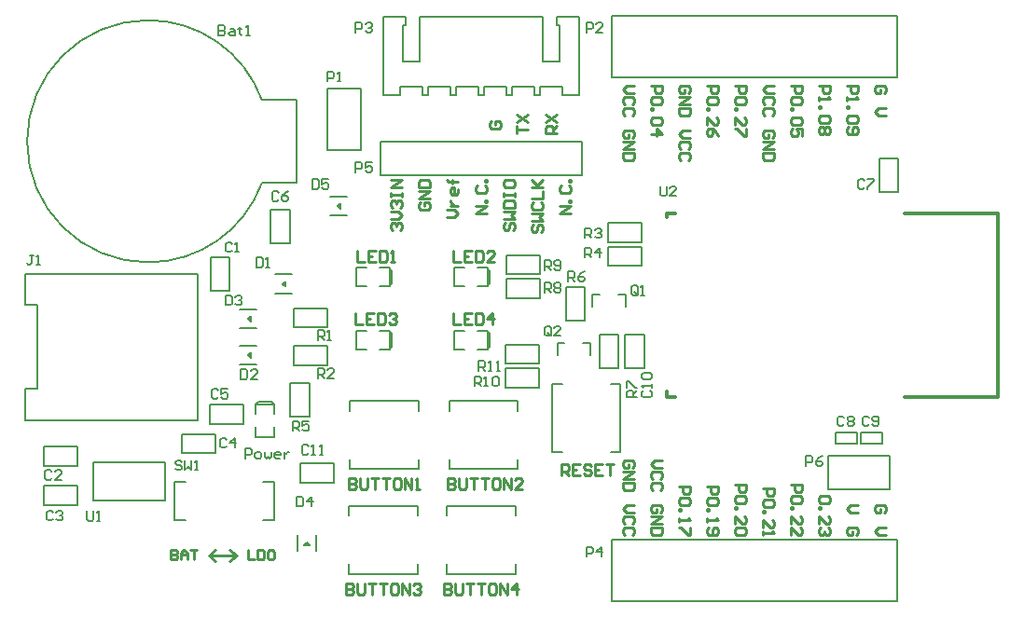
<source format=gto>
G04 Layer_Color=65535*
%FSTAX24Y24*%
%MOIN*%
G70*
G01*
G75*
%ADD22C,0.0100*%
%ADD23C,0.0060*%
%ADD24C,0.0080*%
%ADD39C,0.0120*%
%ADD40C,0.0079*%
%ADD41R,0.0069X0.0067*%
%ADD42R,0.0067X0.0069*%
D22*
X035Y02784D02*
X036D01*
X03575Y02804D02*
X036Y02784D01*
X03575Y02764D02*
X036Y02784D01*
X035D02*
X03525Y02804D01*
X035Y02784D02*
X03525Y02764D01*
X043418Y02684D02*
Y02644D01*
X043618D01*
X043685Y026507D01*
Y026573D01*
X043618Y02664D01*
X043418D01*
X043618D01*
X043685Y026707D01*
Y026773D01*
X043618Y02684D01*
X043418D01*
X043818D02*
Y026507D01*
X043885Y02644D01*
X044018D01*
X044085Y026507D01*
Y02684D01*
X044218D02*
X044485D01*
X044352D01*
Y02644D01*
X044618Y02684D02*
X044885D01*
X044751D01*
Y02644D01*
X045218Y02684D02*
X045085D01*
X045018Y026773D01*
Y026507D01*
X045085Y02644D01*
X045218D01*
X045285Y026507D01*
Y026773D01*
X045218Y02684D01*
X045418Y02644D02*
Y02684D01*
X045684Y02644D01*
Y02684D01*
X046018Y02644D02*
Y02684D01*
X045818Y02664D01*
X046084D01*
X039918Y02684D02*
Y02644D01*
X040118D01*
X040185Y026507D01*
Y026573D01*
X040118Y02664D01*
X039918D01*
X040118D01*
X040185Y026707D01*
Y026773D01*
X040118Y02684D01*
X039918D01*
X040318D02*
Y026507D01*
X040385Y02644D01*
X040518D01*
X040585Y026507D01*
Y02684D01*
X040718D02*
X040985D01*
X040852D01*
Y02644D01*
X041118Y02684D02*
X041385D01*
X041251D01*
Y02644D01*
X041718Y02684D02*
X041585D01*
X041518Y026773D01*
Y026507D01*
X041585Y02644D01*
X041718D01*
X041785Y026507D01*
Y026773D01*
X041718Y02684D01*
X041918Y02644D02*
Y02684D01*
X042184Y02644D01*
Y02684D01*
X042318Y026773D02*
X042384Y02684D01*
X042518D01*
X042584Y026773D01*
Y026707D01*
X042518Y02664D01*
X042451D01*
X042518D01*
X042584Y026573D01*
Y026507D01*
X042518Y02644D01*
X042384D01*
X042318Y026507D01*
X043538Y0306D02*
Y0302D01*
X043738D01*
X043805Y030267D01*
Y030333D01*
X043738Y0304D01*
X043538D01*
X043738D01*
X043805Y030467D01*
Y030533D01*
X043738Y0306D01*
X043538D01*
X043938D02*
Y030267D01*
X044005Y0302D01*
X044138D01*
X044205Y030267D01*
Y0306D01*
X044338D02*
X044605D01*
X044472D01*
Y0302D01*
X044738Y0306D02*
X045005D01*
X044871D01*
Y0302D01*
X045338Y0306D02*
X045205D01*
X045138Y030533D01*
Y030267D01*
X045205Y0302D01*
X045338D01*
X045405Y030267D01*
Y030533D01*
X045338Y0306D01*
X045538Y0302D02*
Y0306D01*
X045804Y0302D01*
Y0306D01*
X046204Y0302D02*
X045938D01*
X046204Y030467D01*
Y030533D01*
X046138Y0306D01*
X046004D01*
X045938Y030533D01*
X039989Y0306D02*
Y0302D01*
X040188D01*
X040255Y030267D01*
Y030333D01*
X040188Y0304D01*
X039989D01*
X040188D01*
X040255Y030467D01*
Y030533D01*
X040188Y0306D01*
X039989D01*
X040388D02*
Y030267D01*
X040455Y0302D01*
X040588D01*
X040655Y030267D01*
Y0306D01*
X040788D02*
X041055D01*
X040922D01*
Y0302D01*
X041188Y0306D02*
X041455D01*
X041321D01*
Y0302D01*
X041788Y0306D02*
X041655D01*
X041588Y030533D01*
Y030267D01*
X041655Y0302D01*
X041788D01*
X041855Y030267D01*
Y030533D01*
X041788Y0306D01*
X041988Y0302D02*
Y0306D01*
X042254Y0302D01*
Y0306D01*
X042388Y0302D02*
X042521D01*
X042454D01*
Y0306D01*
X042388Y030533D01*
X0476Y03069D02*
Y03109D01*
X0478D01*
X047867Y031023D01*
Y03089D01*
X0478Y030823D01*
X0476D01*
X047733D02*
X047867Y03069D01*
X048266Y03109D02*
X048D01*
Y03069D01*
X048266D01*
X048Y03089D02*
X048133D01*
X048666Y031023D02*
X0486Y03109D01*
X048466D01*
X0484Y031023D01*
Y030957D01*
X048466Y03089D01*
X0486D01*
X048666Y030823D01*
Y030757D01*
X0486Y03069D01*
X048466D01*
X0484Y030757D01*
X049066Y03109D02*
X0488D01*
Y03069D01*
X049066D01*
X0488Y03089D02*
X048933D01*
X049199Y03109D02*
X049466D01*
X049333D01*
Y03069D01*
X04375Y0365D02*
Y0361D01*
X044017D01*
X044416Y0365D02*
X04415D01*
Y0361D01*
X044416D01*
X04415Y0363D02*
X044283D01*
X04455Y0365D02*
Y0361D01*
X04475D01*
X044816Y036167D01*
Y036433D01*
X04475Y0365D01*
X04455D01*
X04515Y0361D02*
Y0365D01*
X04495Y0363D01*
X045216D01*
X04025Y0365D02*
Y0361D01*
X040517D01*
X040916Y0365D02*
X04065D01*
Y0361D01*
X040916D01*
X04065Y0363D02*
X040783D01*
X04105Y0365D02*
Y0361D01*
X04125D01*
X041316Y036167D01*
Y036433D01*
X04125Y0365D01*
X04105D01*
X04145Y036433D02*
X041516Y0365D01*
X04165D01*
X041716Y036433D01*
Y036367D01*
X04165Y0363D01*
X041583D01*
X04165D01*
X041716Y036233D01*
Y036167D01*
X04165Y0361D01*
X041516D01*
X04145Y036167D01*
X04375Y03874D02*
Y03834D01*
X044017D01*
X044416Y03874D02*
X04415D01*
Y03834D01*
X044416D01*
X04415Y03854D02*
X044283D01*
X04455Y03874D02*
Y03834D01*
X04475D01*
X044816Y038407D01*
Y038673D01*
X04475Y03874D01*
X04455D01*
X045216Y03834D02*
X04495D01*
X045216Y038607D01*
Y038673D01*
X04515Y03874D01*
X045016D01*
X04495Y038673D01*
X0403Y03874D02*
Y03834D01*
X040567D01*
X040966Y03874D02*
X0407D01*
Y03834D01*
X040966D01*
X0407Y03854D02*
X040833D01*
X0411Y03874D02*
Y03834D01*
X0413D01*
X041366Y038407D01*
Y038673D01*
X0413Y03874D01*
X0411D01*
X0415Y03834D02*
X041633D01*
X041566D01*
Y03874D01*
X0415Y038673D01*
X0364Y02804D02*
Y02769D01*
X036633D01*
X03675Y02804D02*
Y02769D01*
X036925D01*
X036983Y027748D01*
Y027982D01*
X036925Y02804D01*
X03675D01*
X037275D02*
X037158D01*
X0371Y027982D01*
Y027748D01*
X037158Y02769D01*
X037275D01*
X037333Y027748D01*
Y027982D01*
X037275Y02804D01*
X03365D02*
Y02769D01*
X033825D01*
X033883Y027748D01*
Y027807D01*
X033825Y027865D01*
X03365D01*
X033825D01*
X033883Y027923D01*
Y027982D01*
X033825Y02804D01*
X03365D01*
X034Y02769D02*
Y027923D01*
X034117Y02804D01*
X034233Y027923D01*
Y02769D01*
Y027865D01*
X034D01*
X03435Y02804D02*
X034583D01*
X034466D01*
Y02769D01*
X04745Y04294D02*
X04705D01*
Y04314D01*
X047117Y043207D01*
X04725D01*
X047317Y04314D01*
Y04294D01*
Y043073D02*
X04745Y043207D01*
X04705Y04334D02*
X04745Y043606D01*
X04705D02*
X04745Y04334D01*
X046Y04294D02*
Y043207D01*
Y043073D01*
X0464D01*
X046Y04334D02*
X0464Y043606D01*
X046D02*
X0464Y04334D01*
X045117Y043357D02*
X04505Y04329D01*
Y043157D01*
X045117Y04309D01*
X045383D01*
X04545Y043157D01*
Y04329D01*
X045383Y043357D01*
X04525D01*
Y043223D01*
X042575Y040456D02*
X042508Y04039D01*
Y040256D01*
X042575Y04019D01*
X042842D01*
X042908Y040256D01*
Y04039D01*
X042842Y040456D01*
X042708D01*
Y040323D01*
X042908Y04059D02*
X042508D01*
X042908Y040856D01*
X042508D01*
Y040989D02*
X042908D01*
Y041189D01*
X042842Y041256D01*
X042575D01*
X042508Y041189D01*
Y040989D01*
X0456Y039723D02*
X045533Y039657D01*
Y039523D01*
X0456Y039457D01*
X045667D01*
X045733Y039523D01*
Y039657D01*
X0458Y039723D01*
X045867D01*
X045933Y039657D01*
Y039523D01*
X045867Y039457D01*
X045533Y039857D02*
X045933D01*
X0458Y03999D01*
X045933Y040123D01*
X045533D01*
Y040256D02*
X045933D01*
Y040456D01*
X045867Y040523D01*
X0456D01*
X045533Y040456D01*
Y040256D01*
Y040656D02*
Y04079D01*
Y040723D01*
X045933D01*
Y040656D01*
Y04079D01*
X045533Y041189D02*
Y041056D01*
X0456Y040989D01*
X045867D01*
X045933Y041056D01*
Y041189D01*
X045867Y041256D01*
X0456D01*
X045533Y041189D01*
X046608Y039657D02*
X046542Y03959D01*
Y039457D01*
X046608Y03939D01*
X046675D01*
X046742Y039457D01*
Y03959D01*
X046808Y039657D01*
X046875D01*
X046942Y03959D01*
Y039457D01*
X046875Y03939D01*
X046542Y03979D02*
X046942D01*
X046808Y039923D01*
X046942Y040056D01*
X046542D01*
X046608Y040456D02*
X046542Y04039D01*
Y040256D01*
X046608Y04019D01*
X046875D01*
X046942Y040256D01*
Y04039D01*
X046875Y040456D01*
X046542Y04059D02*
X046942D01*
Y040856D01*
X046542Y040989D02*
X046942D01*
X046808D01*
X046542Y041256D01*
X046742Y041056D01*
X046942Y041256D01*
X041567Y039457D02*
X0415Y039523D01*
Y039657D01*
X041567Y039723D01*
X041633D01*
X0417Y039657D01*
Y03959D01*
Y039657D01*
X041767Y039723D01*
X041833D01*
X0419Y039657D01*
Y039523D01*
X041833Y039457D01*
X0415Y039857D02*
X041767D01*
X0419Y03999D01*
X041767Y040123D01*
X0415D01*
X041567Y040256D02*
X0415Y040323D01*
Y040456D01*
X041567Y040523D01*
X041633D01*
X0417Y040456D01*
Y04039D01*
Y040456D01*
X041767Y040523D01*
X041833D01*
X0419Y040456D01*
Y040323D01*
X041833Y040256D01*
X0415Y040656D02*
Y04079D01*
Y040723D01*
X0419D01*
Y040656D01*
Y04079D01*
Y040989D02*
X0415D01*
X0419Y041256D01*
X0415D01*
X043517Y039923D02*
X043783D01*
X043917Y040056D01*
X043783Y04019D01*
X043517D01*
X04365Y040323D02*
X043917D01*
X043783D01*
X043717Y04039D01*
X04365Y040456D01*
Y040523D01*
X043917Y040923D02*
Y04079D01*
X04385Y040723D01*
X043717D01*
X04365Y04079D01*
Y040923D01*
X043717Y040989D01*
X043783D01*
Y040723D01*
X043917Y041189D02*
X043583D01*
X043717D01*
Y041123D01*
Y041256D01*
Y041189D01*
X043583D01*
X043517Y041256D01*
X044925Y040056D02*
X044525D01*
X044925Y040323D01*
X044525D01*
X044925Y040456D02*
X044858D01*
Y040523D01*
X044925D01*
Y040456D01*
X044592Y041056D02*
X044525Y040989D01*
Y040856D01*
X044592Y04079D01*
X044858D01*
X044925Y040856D01*
Y040989D01*
X044858Y041056D01*
X044925Y041189D02*
X044858D01*
Y041256D01*
X044925D01*
Y041189D01*
X04795Y040056D02*
X04755D01*
X04795Y040323D01*
X04755D01*
X04795Y040456D02*
X047883D01*
Y040523D01*
X04795D01*
Y040456D01*
X047617Y041056D02*
X04755Y040989D01*
Y040856D01*
X047617Y04079D01*
X047883D01*
X04795Y040856D01*
Y040989D01*
X047883Y041056D01*
X04795Y041189D02*
X047883D01*
Y041256D01*
X04795D01*
Y041189D01*
X059133Y044373D02*
X0592Y04444D01*
Y044573D01*
X059133Y04464D01*
X058867D01*
X0588Y044573D01*
Y04444D01*
X058867Y044373D01*
X059D01*
Y044507D01*
X0592Y04384D02*
X058933D01*
X0588Y043707D01*
X058933Y043574D01*
X0592D01*
X0578Y04464D02*
X0582D01*
Y04444D01*
X058133Y044373D01*
X058D01*
X057933Y04444D01*
Y04464D01*
X0578Y04424D02*
Y044107D01*
Y044173D01*
X0582D01*
X058133Y04424D01*
X0578Y043907D02*
X057867D01*
Y04384D01*
X0578D01*
Y043907D01*
X058133Y043574D02*
X0582Y043507D01*
Y043374D01*
X058133Y043307D01*
X057867D01*
X0578Y043374D01*
Y043507D01*
X057867Y043574D01*
X058133D01*
X057867Y043174D02*
X0578Y043107D01*
Y042974D01*
X057867Y042907D01*
X058133D01*
X0582Y042974D01*
Y043107D01*
X058133Y043174D01*
X058067D01*
X058Y043107D01*
Y042907D01*
X0568Y04464D02*
X0572D01*
Y04444D01*
X057133Y044373D01*
X057D01*
X056933Y04444D01*
Y04464D01*
X0568Y04424D02*
Y044107D01*
Y044173D01*
X0572D01*
X057133Y04424D01*
X0568Y043907D02*
X056867D01*
Y04384D01*
X0568D01*
Y043907D01*
X057133Y043574D02*
X0572Y043507D01*
Y043374D01*
X057133Y043307D01*
X056867D01*
X0568Y043374D01*
Y043507D01*
X056867Y043574D01*
X057133D01*
Y043174D02*
X0572Y043107D01*
Y042974D01*
X057133Y042907D01*
X057067D01*
X057Y042974D01*
X056933Y042907D01*
X056867D01*
X0568Y042974D01*
Y043107D01*
X056867Y043174D01*
X056933D01*
X057Y043107D01*
X057067Y043174D01*
X057133D01*
X057Y043107D02*
Y042974D01*
X0558Y04464D02*
X0562D01*
Y04444D01*
X056133Y044373D01*
X056D01*
X055933Y04444D01*
Y04464D01*
X056133Y04424D02*
X0562Y044173D01*
Y04404D01*
X056133Y043974D01*
X055867D01*
X0558Y04404D01*
Y044173D01*
X055867Y04424D01*
X056133D01*
X0558Y04384D02*
X055867D01*
Y043774D01*
X0558D01*
Y04384D01*
X056133Y043507D02*
X0562Y04344D01*
Y043307D01*
X056133Y04324D01*
X055867D01*
X0558Y043307D01*
Y04344D01*
X055867Y043507D01*
X056133D01*
X0562Y042841D02*
Y043107D01*
X056D01*
X056067Y042974D01*
Y042907D01*
X056Y042841D01*
X055867D01*
X0558Y042907D01*
Y043041D01*
X055867Y043107D01*
X0552Y04464D02*
X054933D01*
X0548Y044507D01*
X054933Y044373D01*
X0552D01*
X055133Y043974D02*
X0552Y04404D01*
Y044173D01*
X055133Y04424D01*
X054867D01*
X0548Y044173D01*
Y04404D01*
X054867Y043974D01*
X055133Y043574D02*
X0552Y04364D01*
Y043774D01*
X055133Y04384D01*
X054867D01*
X0548Y043774D01*
Y04364D01*
X054867Y043574D01*
X055133Y042774D02*
X0552Y042841D01*
Y042974D01*
X055133Y043041D01*
X054867D01*
X0548Y042974D01*
Y042841D01*
X054867Y042774D01*
X055D01*
Y042907D01*
X0548Y042641D02*
X0552D01*
X0548Y042374D01*
X0552D01*
Y042241D02*
X0548D01*
Y042041D01*
X054867Y041974D01*
X055133D01*
X0552Y042041D01*
Y042241D01*
X0538Y04464D02*
X0542D01*
Y04444D01*
X054133Y044373D01*
X054D01*
X053933Y04444D01*
Y04464D01*
X054133Y04424D02*
X0542Y044173D01*
Y04404D01*
X054133Y043974D01*
X053867D01*
X0538Y04404D01*
Y044173D01*
X053867Y04424D01*
X054133D01*
X0538Y04384D02*
X053867D01*
Y043774D01*
X0538D01*
Y04384D01*
Y04324D02*
Y043507D01*
X054067Y04324D01*
X054133D01*
X0542Y043307D01*
Y04344D01*
X054133Y043507D01*
X0542Y043107D02*
Y042841D01*
X054133D01*
X053867Y043107D01*
X0538D01*
X0528Y04464D02*
X0532D01*
Y04444D01*
X053133Y044373D01*
X053D01*
X052933Y04444D01*
Y04464D01*
X053133Y04424D02*
X0532Y044173D01*
Y04404D01*
X053133Y043974D01*
X052867D01*
X0528Y04404D01*
Y044173D01*
X052867Y04424D01*
X053133D01*
X0528Y04384D02*
X052867D01*
Y043774D01*
X0528D01*
Y04384D01*
Y04324D02*
Y043507D01*
X053067Y04324D01*
X053133D01*
X0532Y043307D01*
Y04344D01*
X053133Y043507D01*
X0532Y042841D02*
X053133Y042974D01*
X053Y043107D01*
X052867D01*
X0528Y043041D01*
Y042907D01*
X052867Y042841D01*
X052933D01*
X053Y042907D01*
Y043107D01*
X052133Y044373D02*
X0522Y04444D01*
Y044573D01*
X052133Y04464D01*
X051867D01*
X0518Y044573D01*
Y04444D01*
X051867Y044373D01*
X052D01*
Y044507D01*
X0518Y04424D02*
X0522D01*
X0518Y043974D01*
X0522D01*
Y04384D02*
X0518D01*
Y04364D01*
X051867Y043574D01*
X052133D01*
X0522Y04364D01*
Y04384D01*
Y043041D02*
X051933D01*
X0518Y042907D01*
X051933Y042774D01*
X0522D01*
X052133Y042374D02*
X0522Y042441D01*
Y042574D01*
X052133Y042641D01*
X051867D01*
X0518Y042574D01*
Y042441D01*
X051867Y042374D01*
X052133Y041974D02*
X0522Y042041D01*
Y042174D01*
X052133Y042241D01*
X051867D01*
X0518Y042174D01*
Y042041D01*
X051867Y041974D01*
X0502Y04464D02*
X049933D01*
X0498Y044507D01*
X049933Y044373D01*
X0502D01*
X050133Y043974D02*
X0502Y04404D01*
Y044173D01*
X050133Y04424D01*
X049867D01*
X0498Y044173D01*
Y04404D01*
X049867Y043974D01*
X050133Y043574D02*
X0502Y04364D01*
Y043774D01*
X050133Y04384D01*
X049867D01*
X0498Y043774D01*
Y04364D01*
X049867Y043574D01*
X050133Y042774D02*
X0502Y042841D01*
Y042974D01*
X050133Y043041D01*
X049867D01*
X0498Y042974D01*
Y042841D01*
X049867Y042774D01*
X05D01*
Y042907D01*
X0498Y042641D02*
X0502D01*
X0498Y042374D01*
X0502D01*
Y042241D02*
X0498D01*
Y042041D01*
X049867Y041974D01*
X050133D01*
X0502Y042041D01*
Y042241D01*
X0508Y04464D02*
X0512D01*
Y04444D01*
X051133Y044373D01*
X051D01*
X050933Y04444D01*
Y04464D01*
X051133Y04424D02*
X0512Y044173D01*
Y04404D01*
X051133Y043974D01*
X050867D01*
X0508Y04404D01*
Y044173D01*
X050867Y04424D01*
X051133D01*
X0508Y04384D02*
X050867D01*
Y043774D01*
X0508D01*
Y04384D01*
X051133Y043507D02*
X0512Y04344D01*
Y043307D01*
X051133Y04324D01*
X050867D01*
X0508Y043307D01*
Y04344D01*
X050867Y043507D01*
X051133D01*
X0508Y042907D02*
X0512D01*
X051Y043107D01*
Y042841D01*
X059133Y029374D02*
X0592Y029441D01*
Y029574D01*
X059133Y029641D01*
X058867D01*
X0588Y029574D01*
Y029441D01*
X058867Y029374D01*
X059D01*
Y029507D01*
X0592Y028841D02*
X058933D01*
X0588Y028707D01*
X058933Y028574D01*
X0592D01*
X0582Y029641D02*
X057933D01*
X0578Y029507D01*
X057933Y029374D01*
X0582D01*
X058133Y028574D02*
X0582Y028641D01*
Y028774D01*
X058133Y028841D01*
X057867D01*
X0578Y028774D01*
Y028641D01*
X057867Y028574D01*
X058D01*
Y028707D01*
X057133Y029974D02*
X0572Y029907D01*
Y029774D01*
X057133Y029707D01*
X056867D01*
X0568Y029774D01*
Y029907D01*
X056867Y029974D01*
X057133D01*
X0568Y029574D02*
X056867D01*
Y029507D01*
X0568D01*
Y029574D01*
Y028974D02*
Y029241D01*
X057067Y028974D01*
X057133D01*
X0572Y029041D01*
Y029174D01*
X057133Y029241D01*
Y028841D02*
X0572Y028774D01*
Y028641D01*
X057133Y028574D01*
X057067D01*
X057Y028641D01*
Y028707D01*
Y028641D01*
X056933Y028574D01*
X056867D01*
X0568Y028641D01*
Y028774D01*
X056867Y028841D01*
X0558Y030374D02*
X0562D01*
Y030174D01*
X056133Y030107D01*
X056D01*
X055933Y030174D01*
Y030374D01*
X056133Y029974D02*
X0562Y029907D01*
Y029774D01*
X056133Y029707D01*
X055867D01*
X0558Y029774D01*
Y029907D01*
X055867Y029974D01*
X056133D01*
X0558Y029574D02*
X055867D01*
Y029507D01*
X0558D01*
Y029574D01*
Y028974D02*
Y029241D01*
X056067Y028974D01*
X056133D01*
X0562Y029041D01*
Y029174D01*
X056133Y029241D01*
X0558Y028574D02*
Y028841D01*
X056067Y028574D01*
X056133D01*
X0562Y028641D01*
Y028774D01*
X056133Y028841D01*
X0548Y03024D02*
X0552D01*
Y03004D01*
X055133Y029974D01*
X055D01*
X054933Y03004D01*
Y03024D01*
X055133Y02984D02*
X0552Y029774D01*
Y029641D01*
X055133Y029574D01*
X054867D01*
X0548Y029641D01*
Y029774D01*
X054867Y02984D01*
X055133D01*
X0548Y029441D02*
X054867D01*
Y029374D01*
X0548D01*
Y029441D01*
Y028841D02*
Y029107D01*
X055067Y028841D01*
X055133D01*
X0552Y028907D01*
Y029041D01*
X055133Y029107D01*
X0548Y028707D02*
Y028574D01*
Y028641D01*
X0552D01*
X055133Y028707D01*
X0538Y030374D02*
X0542D01*
Y030174D01*
X054133Y030107D01*
X054D01*
X053933Y030174D01*
Y030374D01*
X054133Y029974D02*
X0542Y029907D01*
Y029774D01*
X054133Y029707D01*
X053867D01*
X0538Y029774D01*
Y029907D01*
X053867Y029974D01*
X054133D01*
X0538Y029574D02*
X053867D01*
Y029507D01*
X0538D01*
Y029574D01*
Y028974D02*
Y029241D01*
X054067Y028974D01*
X054133D01*
X0542Y029041D01*
Y029174D01*
X054133Y029241D01*
Y028841D02*
X0542Y028774D01*
Y028641D01*
X054133Y028574D01*
X053867D01*
X0538Y028641D01*
Y028774D01*
X053867Y028841D01*
X054133D01*
X0528Y030307D02*
X0532D01*
Y030107D01*
X053133Y03004D01*
X053D01*
X052933Y030107D01*
Y030307D01*
X053133Y029907D02*
X0532Y02984D01*
Y029707D01*
X053133Y029641D01*
X052867D01*
X0528Y029707D01*
Y02984D01*
X052867Y029907D01*
X053133D01*
X0528Y029507D02*
X052867D01*
Y029441D01*
X0528D01*
Y029507D01*
Y029174D02*
Y029041D01*
Y029107D01*
X0532D01*
X053133Y029174D01*
X052867Y028841D02*
X0528Y028774D01*
Y028641D01*
X052867Y028574D01*
X053133D01*
X0532Y028641D01*
Y028774D01*
X053133Y028841D01*
X053067D01*
X053Y028774D01*
Y028574D01*
X0518Y030307D02*
X0522D01*
Y030107D01*
X052133Y03004D01*
X052D01*
X051933Y030107D01*
Y030307D01*
X052133Y029907D02*
X0522Y02984D01*
Y029707D01*
X052133Y029641D01*
X051867D01*
X0518Y029707D01*
Y02984D01*
X051867Y029907D01*
X052133D01*
X0518Y029507D02*
X051867D01*
Y029441D01*
X0518D01*
Y029507D01*
Y029174D02*
Y029041D01*
Y029107D01*
X0522D01*
X052133Y029174D01*
X0522Y028841D02*
Y028574D01*
X052133D01*
X051867Y028841D01*
X0518D01*
X0512Y03124D02*
X050933D01*
X0508Y031107D01*
X050933Y030973D01*
X0512D01*
X051133Y030574D02*
X0512Y03064D01*
Y030773D01*
X051133Y03084D01*
X050867D01*
X0508Y030773D01*
Y03064D01*
X050867Y030574D01*
X051133Y030174D02*
X0512Y03024D01*
Y030374D01*
X051133Y03044D01*
X050867D01*
X0508Y030374D01*
Y03024D01*
X050867Y030174D01*
X051133Y029374D02*
X0512Y029441D01*
Y029574D01*
X051133Y029641D01*
X050867D01*
X0508Y029574D01*
Y029441D01*
X050867Y029374D01*
X051D01*
Y029507D01*
X0508Y029241D02*
X0512D01*
X0508Y028974D01*
X0512D01*
Y028841D02*
X0508D01*
Y028641D01*
X050867Y028574D01*
X051133D01*
X0512Y028641D01*
Y028841D01*
X050133Y030973D02*
X0502Y03104D01*
Y031173D01*
X050133Y03124D01*
X049867D01*
X0498Y031173D01*
Y03104D01*
X049867Y030973D01*
X05D01*
Y031107D01*
X0498Y03084D02*
X0502D01*
X0498Y030574D01*
X0502D01*
Y03044D02*
X0498D01*
Y03024D01*
X049867Y030174D01*
X050133D01*
X0502Y03024D01*
Y03044D01*
Y029641D02*
X049933D01*
X0498Y029507D01*
X049933Y029374D01*
X0502D01*
X050133Y028974D02*
X0502Y029041D01*
Y029174D01*
X050133Y029241D01*
X049867D01*
X0498Y029174D01*
Y029041D01*
X049867Y028974D01*
X050133Y028574D02*
X0502Y028641D01*
Y028774D01*
X050133Y028841D01*
X049867D01*
X0498Y028774D01*
Y028641D01*
X049867Y028574D01*
D23*
X038274Y030446D02*
X039474D01*
X038274D02*
Y031134D01*
X039474D01*
Y030446D02*
Y031134D01*
X039591Y04034D02*
X03969Y040438D01*
X039345Y040675D02*
X039936D01*
X039345Y040005D02*
X039936D01*
X039591Y04034D02*
X03969Y040242D01*
Y040438D01*
X04565Y037734D02*
X04685D01*
Y037046D02*
Y037734D01*
X04565Y037046D02*
X04685D01*
X04565D02*
Y037734D01*
Y038584D02*
X04685D01*
Y037896D02*
Y038584D01*
X04565Y037896D02*
X04685D01*
X04565D02*
Y038584D01*
X0456Y035384D02*
X0468D01*
Y034696D02*
Y035384D01*
X0456Y034696D02*
X0468D01*
X0456D02*
Y035384D01*
Y034534D02*
X0468D01*
Y033846D02*
Y034534D01*
X0456Y033846D02*
X0468D01*
X0456D02*
Y034534D01*
X036402Y035D02*
X0365Y035098D01*
X036117Y035335D02*
X036707D01*
X036117Y034665D02*
X036707D01*
X036402Y035D02*
X0365Y034902D01*
Y035098D01*
X037206Y039D02*
Y0402D01*
X037894D01*
Y039D02*
Y0402D01*
X037206Y039D02*
X037894D01*
X059644Y04084D02*
Y04204D01*
X058956Y04084D02*
X059644D01*
X058956D02*
Y04204D01*
X059644D01*
X0494Y04494D02*
X0596D01*
X0494D02*
Y04714D01*
X0596Y04494D02*
Y04714D01*
X0494D02*
X0596D01*
X0494Y02619D02*
X0596D01*
X0494D02*
Y02839D01*
X0596Y02619D02*
Y02839D01*
X0494D02*
X0596D01*
X03925Y04235D02*
Y04455D01*
X04045D01*
Y04235D02*
Y04455D01*
X03925Y04235D02*
X04045D01*
X04115Y04144D02*
X04835D01*
Y04264D01*
X04115D02*
X04835D01*
X04115Y04144D02*
Y04264D01*
X05715Y03019D02*
Y03139D01*
Y03019D02*
X05935D01*
Y03139D01*
X05715D02*
X05935D01*
X04728Y031535D02*
X047634D01*
X04728Y033976D02*
X047634D01*
X049366D02*
X04972D01*
X049366Y031535D02*
X04972D01*
X04972Y033976D02*
X04972Y031535D01*
X04728D02*
Y033976D01*
X049276Y039046D02*
X050476D01*
X049276D02*
Y039734D01*
X050476D01*
Y039046D02*
Y039734D01*
X049276Y038196D02*
X050476D01*
X049276D02*
Y038884D01*
X050476D01*
Y038196D02*
Y038884D01*
X050574Y03455D02*
Y03575D01*
X049886Y03455D02*
X050574D01*
X049886D02*
Y03575D01*
X050574D01*
X048956Y03455D02*
Y03575D01*
X049644D01*
Y03455D02*
Y03575D01*
X048956Y03455D02*
X049644D01*
X048641Y035002D02*
Y035423D01*
X047457Y035002D02*
Y035423D01*
X048385D02*
X048638D01*
X047457D02*
X047715D01*
X047756Y03624D02*
Y03744D01*
X048444D01*
Y03624D02*
Y03744D01*
X047756Y03624D02*
X048444D01*
X03805Y035334D02*
X03925D01*
Y034646D02*
Y035334D01*
X03805Y034646D02*
X03925D01*
X03805D02*
Y035334D01*
Y036684D02*
X03925D01*
Y035996D02*
Y036684D01*
X03805Y035996D02*
X03925D01*
X03805D02*
Y036684D01*
X040283Y037455D02*
X040638D01*
X04111D02*
X041445D01*
X040283Y038125D02*
X040638D01*
X04111D02*
X041445D01*
X041553Y038016D01*
Y037564D02*
Y038016D01*
X041445Y037455D02*
X041553Y037564D01*
X040283Y037455D02*
Y038125D01*
X041455Y037465D02*
Y038115D01*
X036402Y0363D02*
X0365Y036398D01*
X036117Y036635D02*
X036707D01*
X036117Y035965D02*
X036707D01*
X036402Y0363D02*
X0365Y036202D01*
Y036398D01*
X035744Y0373D02*
Y0385D01*
X035056Y0373D02*
X035744D01*
X035056D02*
Y0385D01*
X035744D01*
X037652Y03755D02*
X03775Y037648D01*
X037367Y037885D02*
X037957D01*
X037367Y037215D02*
X037957D01*
X037652Y03755D02*
X03775Y037452D01*
Y037648D01*
X035024Y032546D02*
X036224D01*
X035024D02*
Y033234D01*
X036224D01*
Y032546D02*
Y033234D01*
X034024Y031496D02*
X035224D01*
X034024D02*
Y032184D01*
X035224D01*
Y031496D02*
Y032184D01*
X0291Y030334D02*
X0303D01*
Y029646D02*
Y030334D01*
X0291Y029646D02*
X0303D01*
X0291D02*
Y030334D01*
Y031734D02*
X0303D01*
Y031046D02*
Y031734D01*
X0291Y031046D02*
X0303D01*
X0291D02*
Y031734D01*
X036928Y029092D02*
X037322D01*
X033778D02*
X034172D01*
X036928Y03047D02*
X037322D01*
X033778D02*
X034172D01*
X033778Y029092D02*
Y03047D01*
X037322Y029092D02*
Y03047D01*
X037335Y032075D02*
Y03243D01*
Y032902D02*
Y033237D01*
X036665Y032075D02*
Y03243D01*
Y032902D02*
Y033237D01*
X036774Y033345D01*
X037226D01*
X037335Y033237D01*
X036665Y032075D02*
X037335D01*
X036675Y033247D02*
X037325D01*
X038594Y032814D02*
Y034014D01*
X037906Y032814D02*
X038594D01*
X037906D02*
Y034014D01*
X038594D01*
X0385Y028296D02*
X038598Y028197D01*
X038835Y027991D02*
Y028581D01*
X038165Y027991D02*
Y028581D01*
X038402Y028197D02*
X0385Y028296D01*
X038402Y028197D02*
X038598D01*
X043783Y037455D02*
X044138D01*
X04461D02*
X044945D01*
X043783Y038125D02*
X044138D01*
X04461D02*
X044945D01*
X045053Y038016D01*
Y037564D02*
Y038016D01*
X044945Y037455D02*
X045053Y037564D01*
X043783Y037455D02*
Y038125D01*
X044955Y037465D02*
Y038115D01*
X040283Y035205D02*
X040638D01*
X04111D02*
X041445D01*
X040283Y035875D02*
X040638D01*
X04111D02*
X041445D01*
X041553Y035766D01*
Y035314D02*
Y035766D01*
X041445Y035205D02*
X041553Y035314D01*
X040283Y035205D02*
Y035875D01*
X041455Y035215D02*
Y035865D01*
X043783Y035205D02*
X044138D01*
X04461D02*
X044945D01*
X043783Y035875D02*
X044138D01*
X04461D02*
X044945D01*
X045053Y035766D01*
Y035314D02*
Y035766D01*
X044945Y035205D02*
X045053Y035314D01*
X043783Y035205D02*
Y035875D01*
X044955Y035215D02*
Y035865D01*
X043598Y033016D02*
Y03337D01*
X046039Y033016D02*
Y03337D01*
Y03093D02*
Y031284D01*
X043598Y03093D02*
Y031284D01*
Y03093D02*
X046039Y03093D01*
X043598Y03337D02*
X046039D01*
X040048Y033016D02*
Y03337D01*
X042489Y033016D02*
Y03337D01*
Y03093D02*
Y031284D01*
X040048Y03093D02*
Y031284D01*
Y03093D02*
X042489Y03093D01*
X040048Y03337D02*
X042489D01*
X040014Y029256D02*
Y02961D01*
X042455Y029256D02*
Y02961D01*
Y02717D02*
Y027524D01*
X040014Y02717D02*
Y027524D01*
Y02717D02*
X042455Y02717D01*
X040014Y02961D02*
X042455D01*
X043514Y029256D02*
Y02961D01*
X045955Y029256D02*
Y02961D01*
Y02717D02*
Y027524D01*
X043514Y02717D02*
Y027524D01*
Y02717D02*
X045955Y02717D01*
X043514Y02961D02*
X045955D01*
X057419Y031833D02*
X058187D01*
X057419D02*
Y032247D01*
X058187D01*
Y031833D02*
Y032247D01*
X058313Y031833D02*
X059081D01*
X058313D02*
Y032247D01*
X059081D01*
Y031833D02*
Y032247D01*
X049891Y036742D02*
Y037163D01*
X048707Y036742D02*
Y037163D01*
X049635D02*
X049888D01*
X048707D02*
X048965D01*
D24*
X032836Y038319D02*
G03*
X036897Y041153I-000004J004331D01*
G01*
X032836Y046981D02*
G03*
X032836Y038319I0J-004331D01*
G01*
X03689Y044147D02*
G03*
X032836Y046981I-004064J-001497D01*
G01*
X028449Y033794D02*
X028882D01*
X028449Y036786D02*
X028882D01*
Y033794D02*
Y036786D01*
X034591Y032672D02*
Y037908D01*
X028449Y036786D02*
Y037908D01*
X034591D01*
X028449Y032672D02*
X034591D01*
X028449D02*
Y033794D01*
X036891Y044146D02*
X038151D01*
X036897Y041154D02*
X038151D01*
Y044146D01*
X03343Y029801D02*
Y031179D01*
X03087D02*
X03343D01*
X03087Y029801D02*
X03343D01*
X03087D02*
Y031179D01*
X038557Y031732D02*
X038499Y03179D01*
X038382D01*
X038324Y031732D01*
Y031498D01*
X038382Y03144D01*
X038499D01*
X038557Y031498D01*
X038674Y03144D02*
X038791D01*
X038732D01*
Y03179D01*
X038674Y031732D01*
X038965Y03144D02*
X039082D01*
X039024D01*
Y03179D01*
X038965Y031732D01*
X05113Y04104D02*
Y040748D01*
X051188Y04069D01*
X051305D01*
X051363Y040748D01*
Y04104D01*
X051713Y04069D02*
X05148D01*
X051713Y040923D01*
Y040982D01*
X051655Y04104D01*
X051538D01*
X05148Y040982D01*
X0387Y04129D02*
Y04094D01*
X038875D01*
X038933Y040998D01*
Y041232D01*
X038875Y04129D01*
X0387D01*
X039283D02*
X03905D01*
Y041115D01*
X039167Y041173D01*
X039225D01*
X039283Y041115D01*
Y040998D01*
X039225Y04094D01*
X039108D01*
X03905Y040998D01*
X0503Y03349D02*
X04995D01*
Y033665D01*
X050008Y033723D01*
X050125D01*
X050183Y033665D01*
Y03349D01*
Y033607D02*
X0503Y033723D01*
X04995Y03384D02*
Y034073D01*
X050008D01*
X050242Y03384D01*
X0503D01*
X047233Y035748D02*
Y035982D01*
X047175Y03604D01*
X047058D01*
X047Y035982D01*
Y035748D01*
X047058Y03569D01*
X047175D01*
X047117Y035807D02*
X047233Y03569D01*
X047175D02*
X047233Y035748D01*
X047583Y03569D02*
X04735D01*
X047583Y035923D01*
Y035982D01*
X047525Y03604D01*
X047408D01*
X04735Y035982D01*
X050333Y037198D02*
Y037432D01*
X050275Y03749D01*
X050158D01*
X0501Y037432D01*
Y037198D01*
X050158Y03714D01*
X050275D01*
X050217Y037257D02*
X050333Y03714D01*
X050275D02*
X050333Y037198D01*
X05045Y03714D02*
X050567D01*
X050508D01*
Y03749D01*
X05045Y037432D01*
X028722Y038582D02*
X028605D01*
X028664D01*
Y03829D01*
X028605Y038232D01*
X028547D01*
X028489Y03829D01*
X028839Y038232D02*
X028955D01*
X028897D01*
Y038582D01*
X028839Y038523D01*
X050538Y033723D02*
X05048Y033665D01*
Y033548D01*
X050538Y03349D01*
X050772D01*
X05083Y033548D01*
Y033665D01*
X050772Y033723D01*
X05083Y03384D02*
Y033957D01*
Y033898D01*
X05048D01*
X050538Y03384D01*
Y034131D02*
X05048Y03419D01*
Y034306D01*
X050538Y034365D01*
X050772D01*
X05083Y034306D01*
Y03419D01*
X050772Y034131D01*
X050538D01*
X034033Y031182D02*
X033975Y03124D01*
X033858D01*
X0338Y031182D01*
Y031123D01*
X033858Y031065D01*
X033975D01*
X034033Y031007D01*
Y030948D01*
X033975Y03089D01*
X033858D01*
X0338Y030948D01*
X03415Y03124D02*
Y03089D01*
X034267Y031007D01*
X034383Y03089D01*
Y03124D01*
X0345Y03089D02*
X034616D01*
X034558D01*
Y03124D01*
X0345Y031182D01*
X03065Y02943D02*
Y029138D01*
X030708Y02908D01*
X030825D01*
X030883Y029138D01*
Y02943D01*
X031Y02908D02*
X031117D01*
X031058D01*
Y02943D01*
X031Y029372D01*
X04465Y03444D02*
Y03479D01*
X044825D01*
X044883Y034732D01*
Y034615D01*
X044825Y034557D01*
X04465D01*
X044767D02*
X044883Y03444D01*
X045D02*
X045117D01*
X045058D01*
Y03479D01*
X045Y034732D01*
X045291Y03444D02*
X045408D01*
X04535D01*
Y03479D01*
X045291Y034732D01*
X0445Y03389D02*
Y03424D01*
X044675D01*
X044733Y034182D01*
Y034065D01*
X044675Y034007D01*
X0445D01*
X044617D02*
X044733Y03389D01*
X04485D02*
X044967D01*
X044908D01*
Y03424D01*
X04485Y034182D01*
X045141D02*
X0452Y03424D01*
X045316D01*
X045375Y034182D01*
Y033948D01*
X045316Y03389D01*
X0452D01*
X045141Y033948D01*
Y034182D01*
X047Y03804D02*
Y03839D01*
X047175D01*
X047233Y038332D01*
Y038215D01*
X047175Y038157D01*
X047D01*
X047117D02*
X047233Y03804D01*
X04735Y038098D02*
X047408Y03804D01*
X047525D01*
X047583Y038098D01*
Y038332D01*
X047525Y03839D01*
X047408D01*
X04735Y038332D01*
Y038273D01*
X047408Y038215D01*
X047583D01*
X047Y03724D02*
Y03759D01*
X047175D01*
X047233Y037532D01*
Y037415D01*
X047175Y037357D01*
X047D01*
X047117D02*
X047233Y03724D01*
X04735Y037532D02*
X047408Y03759D01*
X047525D01*
X047583Y037532D01*
Y037473D01*
X047525Y037415D01*
X047583Y037357D01*
Y037298D01*
X047525Y03724D01*
X047408D01*
X04735Y037298D01*
Y037357D01*
X047408Y037415D01*
X04735Y037473D01*
Y037532D01*
X047408Y037415D02*
X047525D01*
X04785Y03764D02*
Y03799D01*
X048025D01*
X048083Y037932D01*
Y037815D01*
X048025Y037757D01*
X04785D01*
X047967D02*
X048083Y03764D01*
X048433Y03799D02*
X048317Y037932D01*
X0482Y037815D01*
Y037698D01*
X048258Y03764D01*
X048375D01*
X048433Y037698D01*
Y037757D01*
X048375Y037815D01*
X0482D01*
X038Y03229D02*
Y03264D01*
X038175D01*
X038233Y032582D01*
Y032465D01*
X038175Y032407D01*
X038D01*
X038117D02*
X038233Y03229D01*
X038583Y03264D02*
X03835D01*
Y032465D01*
X038467Y032523D01*
X038525D01*
X038583Y032465D01*
Y032348D01*
X038525Y03229D01*
X038408D01*
X03835Y032348D01*
X048452Y03849D02*
Y03884D01*
X048627D01*
X048685Y038782D01*
Y038665D01*
X048627Y038607D01*
X048452D01*
X048569D02*
X048685Y03849D01*
X048977D02*
Y03884D01*
X048802Y038665D01*
X049035D01*
X048452Y03919D02*
Y03954D01*
X048627D01*
X048685Y039482D01*
Y039365D01*
X048627Y039307D01*
X048452D01*
X048569D02*
X048685Y03919D01*
X048802Y039482D02*
X04886Y03954D01*
X048977D01*
X049035Y039482D01*
Y039423D01*
X048977Y039365D01*
X048918D01*
X048977D01*
X049035Y039307D01*
Y039248D01*
X048977Y03919D01*
X04886D01*
X048802Y039248D01*
X0389Y03418D02*
Y03453D01*
X039075D01*
X039133Y034472D01*
Y034355D01*
X039075Y034297D01*
X0389D01*
X039017D02*
X039133Y03418D01*
X039483D02*
X03925D01*
X039483Y034413D01*
Y034472D01*
X039425Y03453D01*
X039308D01*
X03925Y034472D01*
X0389Y03554D02*
Y03589D01*
X039075D01*
X039133Y035832D01*
Y035715D01*
X039075Y035657D01*
X0389D01*
X039017D02*
X039133Y03554D01*
X03925D02*
X039367D01*
X039308D01*
Y03589D01*
X03925Y035832D01*
X04025Y04154D02*
Y04189D01*
X040425D01*
X040483Y041832D01*
Y041715D01*
X040425Y041657D01*
X04025D01*
X040833Y04189D02*
X0406D01*
Y041715D01*
X040717Y041773D01*
X040775D01*
X040833Y041715D01*
Y041598D01*
X040775Y04154D01*
X040658D01*
X0406Y041598D01*
X0485Y02779D02*
Y02814D01*
X048675D01*
X048733Y028082D01*
Y027965D01*
X048675Y027907D01*
X0485D01*
X049025Y02779D02*
Y02814D01*
X04885Y027965D01*
X049083D01*
X04025Y04654D02*
Y04689D01*
X040425D01*
X040483Y046832D01*
Y046715D01*
X040425Y046657D01*
X04025D01*
X0406Y046832D02*
X040658Y04689D01*
X040775D01*
X040833Y046832D01*
Y046773D01*
X040775Y046715D01*
X040717D01*
X040775D01*
X040833Y046657D01*
Y046598D01*
X040775Y04654D01*
X040658D01*
X0406Y046598D01*
X0485Y04654D02*
Y04689D01*
X048675D01*
X048733Y046832D01*
Y046715D01*
X048675Y046657D01*
X0485D01*
X049083Y04654D02*
X04885D01*
X049083Y046773D01*
Y046832D01*
X049025Y04689D01*
X048908D01*
X04885Y046832D01*
X03925Y04479D02*
Y04514D01*
X039425D01*
X039483Y045082D01*
Y044965D01*
X039425Y044907D01*
X03925D01*
X0396Y04479D02*
X039717D01*
X039658D01*
Y04514D01*
X0396Y045082D01*
X0363Y031306D02*
Y031656D01*
X036475D01*
X036533Y031598D01*
Y031481D01*
X036475Y031423D01*
X0363D01*
X036708Y031306D02*
X036825D01*
X036883Y031364D01*
Y031481D01*
X036825Y031539D01*
X036708D01*
X03665Y031481D01*
Y031364D01*
X036708Y031306D01*
X037Y031539D02*
Y031364D01*
X037058Y031306D01*
X037116Y031364D01*
X037175Y031306D01*
X037233Y031364D01*
Y031539D01*
X037525Y031306D02*
X037408D01*
X03735Y031364D01*
Y031481D01*
X037408Y031539D01*
X037525D01*
X037583Y031481D01*
Y031423D01*
X03735D01*
X0377Y031539D02*
Y031306D01*
Y031423D01*
X037758Y031481D01*
X037816Y031539D01*
X037874D01*
X03815Y029938D02*
Y029588D01*
X038325D01*
X038383Y029646D01*
Y029879D01*
X038325Y029938D01*
X03815D01*
X038675Y029588D02*
Y029938D01*
X0385Y029763D01*
X038733D01*
X0356Y03714D02*
Y03679D01*
X035775D01*
X035833Y036848D01*
Y037082D01*
X035775Y03714D01*
X0356D01*
X03595Y037082D02*
X036008Y03714D01*
X036125D01*
X036183Y037082D01*
Y037023D01*
X036125Y036965D01*
X036067D01*
X036125D01*
X036183Y036907D01*
Y036848D01*
X036125Y03679D01*
X036008D01*
X03595Y036848D01*
X03615Y03449D02*
Y03414D01*
X036325D01*
X036383Y034198D01*
Y034432D01*
X036325Y03449D01*
X03615D01*
X036733Y03414D02*
X0365D01*
X036733Y034373D01*
Y034432D01*
X036675Y03449D01*
X036558D01*
X0365Y034432D01*
X0367Y03849D02*
Y03814D01*
X036875D01*
X036933Y038198D01*
Y038432D01*
X036875Y03849D01*
X0367D01*
X03705Y03814D02*
X037167D01*
X037108D01*
Y03849D01*
X03705Y038432D01*
X0586Y032752D02*
X058542Y03281D01*
X058425D01*
X058367Y032752D01*
Y032518D01*
X058425Y03246D01*
X058542D01*
X0586Y032518D01*
X058717D02*
X058775Y03246D01*
X058892D01*
X05895Y032518D01*
Y032752D01*
X058892Y03281D01*
X058775D01*
X058717Y032752D01*
Y032693D01*
X058775Y032635D01*
X05895D01*
X057706Y032752D02*
X057648Y03281D01*
X057531D01*
X057473Y032752D01*
Y032518D01*
X057531Y03246D01*
X057648D01*
X057706Y032518D01*
X057823Y032752D02*
X057881Y03281D01*
X057998D01*
X058056Y032752D01*
Y032693D01*
X057998Y032635D01*
X058056Y032577D01*
Y032518D01*
X057998Y03246D01*
X057881D01*
X057823Y032518D01*
Y032577D01*
X057881Y032635D01*
X057823Y032693D01*
Y032752D01*
X057881Y032635D02*
X057998D01*
X058433Y041232D02*
X058375Y04129D01*
X058258D01*
X0582Y041232D01*
Y040998D01*
X058258Y04094D01*
X058375D01*
X058433Y040998D01*
X05855Y04129D02*
X058783D01*
Y041232D01*
X05855Y040998D01*
Y04094D01*
X037493Y040806D02*
X037435Y040864D01*
X037318D01*
X03726Y040806D01*
Y040572D01*
X037318Y040514D01*
X037435D01*
X037493Y040572D01*
X037843Y040864D02*
X037727Y040806D01*
X03761Y040689D01*
Y040572D01*
X037668Y040514D01*
X037785D01*
X037843Y040572D01*
Y040631D01*
X037785Y040689D01*
X03761D01*
X035333Y033732D02*
X035275Y03379D01*
X035158D01*
X0351Y033732D01*
Y033498D01*
X035158Y03344D01*
X035275D01*
X035333Y033498D01*
X035683Y03379D02*
X03545D01*
Y033615D01*
X035567Y033673D01*
X035625D01*
X035683Y033615D01*
Y033498D01*
X035625Y03344D01*
X035508D01*
X03545Y033498D01*
X035633Y031982D02*
X035575Y03204D01*
X035458D01*
X0354Y031982D01*
Y031748D01*
X035458Y03169D01*
X035575D01*
X035633Y031748D01*
X035925Y03169D02*
Y03204D01*
X03575Y031865D01*
X035983D01*
X029433Y029382D02*
X029375Y02944D01*
X029258D01*
X0292Y029382D01*
Y029148D01*
X029258Y02909D01*
X029375D01*
X029433Y029148D01*
X02955Y029382D02*
X029608Y02944D01*
X029725D01*
X029783Y029382D01*
Y029323D01*
X029725Y029265D01*
X029667D01*
X029725D01*
X029783Y029207D01*
Y029148D01*
X029725Y02909D01*
X029608D01*
X02955Y029148D01*
X029383Y030832D02*
X029325Y03089D01*
X029208D01*
X02915Y030832D01*
Y030598D01*
X029208Y03054D01*
X029325D01*
X029383Y030598D01*
X029733Y03054D02*
X0295D01*
X029733Y030773D01*
Y030832D01*
X029675Y03089D01*
X029558D01*
X0295Y030832D01*
X035833Y038982D02*
X035775Y03904D01*
X035658D01*
X0356Y038982D01*
Y038748D01*
X035658Y03869D01*
X035775D01*
X035833Y038748D01*
X03595Y03869D02*
X036067D01*
X036008D01*
Y03904D01*
X03595Y038982D01*
X03535Y04679D02*
Y04644D01*
X035525D01*
X035583Y046498D01*
Y046557D01*
X035525Y046615D01*
X03535D01*
X035525D01*
X035583Y046673D01*
Y046732D01*
X035525Y04679D01*
X03535D01*
X035758Y046673D02*
X035875D01*
X035933Y046615D01*
Y04644D01*
X035758D01*
X0357Y046498D01*
X035758Y046557D01*
X035933D01*
X036108Y046732D02*
Y046673D01*
X03605D01*
X036166D01*
X036108D01*
Y046498D01*
X036166Y04644D01*
X036341D02*
X036458D01*
X0364D01*
Y04679D01*
X036341Y046732D01*
X05635Y03104D02*
Y03139D01*
X056525D01*
X056583Y031332D01*
Y031215D01*
X056525Y031157D01*
X05635D01*
X056933Y03139D02*
X056817Y031332D01*
X0567Y031215D01*
Y031098D01*
X056758Y03104D01*
X056875D01*
X056933Y031098D01*
Y031157D01*
X056875Y031215D01*
X0567D01*
D39*
X051381Y039921D02*
Y04007D01*
X051657D01*
X05138Y03351D02*
X051657D01*
X05138D02*
X051381Y033511D01*
Y0337D01*
X059885Y03351D02*
X0632D01*
X059885Y04007D02*
X0632D01*
Y03351D02*
Y04007D01*
D40*
X04745Y04549D02*
X04755D01*
Y04679D01*
X04745D02*
X04755D01*
X04745D02*
Y04709D01*
X04195Y04549D02*
X04215D01*
X04195D02*
Y04679D01*
X04205D01*
Y04709D01*
X04255D02*
X04695D01*
X04255Y04549D02*
Y04709D01*
X04205Y04549D02*
X04255D01*
X04125Y04709D02*
X04205D01*
X04125Y04429D02*
Y04709D01*
Y04429D02*
X04185D01*
X04695Y04549D02*
Y04709D01*
Y04549D02*
X04745D01*
Y04709D02*
X04825D01*
Y04429D02*
Y04709D01*
X04765Y04429D02*
X04825D01*
X04765D02*
Y04459D01*
X04685D02*
X04765D01*
X04685Y04429D02*
Y04459D01*
X04665Y04429D02*
X04685D01*
X04665D02*
Y04459D01*
X04585D02*
X04665D01*
X04585Y04429D02*
Y04459D01*
X04565Y04429D02*
X04585D01*
X04565D02*
Y04459D01*
X04485D02*
X04565D01*
X04485Y04429D02*
Y04459D01*
X04465Y04429D02*
X04485D01*
X04465D02*
Y04459D01*
X04385D02*
X04465D01*
X04385Y04429D02*
Y04459D01*
X04365Y04429D02*
X04385D01*
X04365D02*
Y04459D01*
X04285D02*
X04365D01*
X04285Y04429D02*
Y04459D01*
X04265Y04429D02*
X04285D01*
X04265D02*
Y04459D01*
X04185D02*
X04265D01*
X04185Y04429D02*
Y04459D01*
D41*
X039655Y040344D02*
D03*
X036466Y035004D02*
D03*
X036466Y036304D02*
D03*
X037716Y037554D02*
D03*
D42*
X038504Y028232D02*
D03*
M02*

</source>
